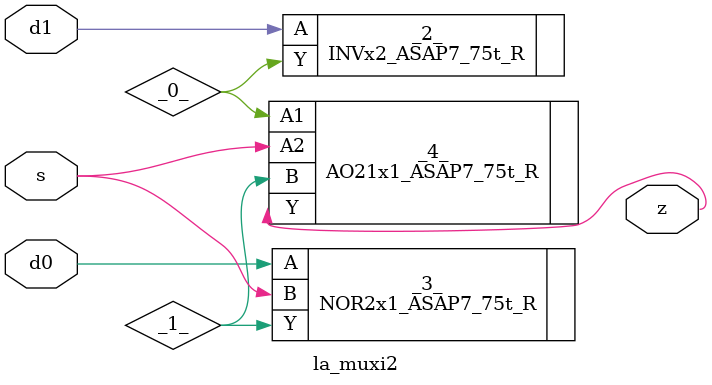
<source format=v>

/* Generated by Yosys 0.37 (git sha1 a5c7f69ed, clang 14.0.0-1ubuntu1.1 -fPIC -Os) */

module la_muxi2(d0, d1, s, z);
  wire _0_;
  wire _1_;
  input d0;
  wire d0;
  input d1;
  wire d1;
  input s;
  wire s;
  output z;
  wire z;
  INVx2_ASAP7_75t_R _2_ (
    .A(d1),
    .Y(_0_)
  );
  NOR2x1_ASAP7_75t_R _3_ (
    .A(d0),
    .B(s),
    .Y(_1_)
  );
  AO21x1_ASAP7_75t_R _4_ (
    .A1(_0_),
    .A2(s),
    .B(_1_),
    .Y(z)
  );
endmodule

</source>
